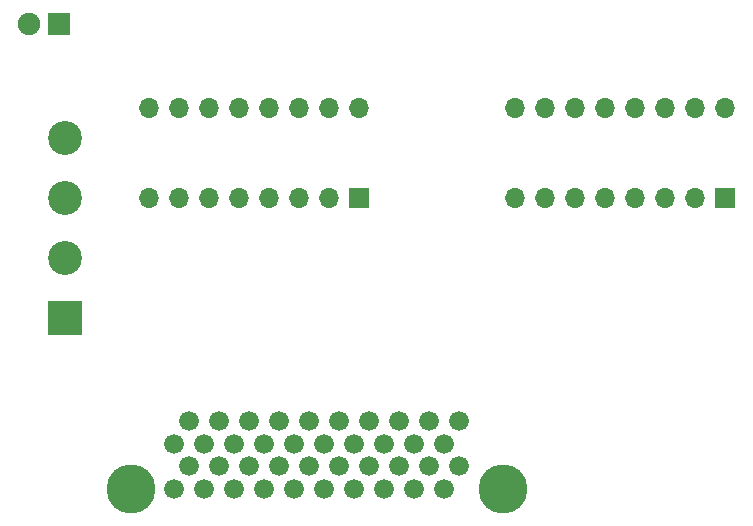
<source format=gbr>
%TF.GenerationSoftware,KiCad,Pcbnew,(5.1.6)-1*%
%TF.CreationDate,2021-03-31T13:13:51-04:00*%
%TF.ProjectId,Freespeed-Clone,46726565-7370-4656-9564-2d436c6f6e65,rev?*%
%TF.SameCoordinates,Original*%
%TF.FileFunction,Soldermask,Bot*%
%TF.FilePolarity,Negative*%
%FSLAX46Y46*%
G04 Gerber Fmt 4.6, Leading zero omitted, Abs format (unit mm)*
G04 Created by KiCad (PCBNEW (5.1.6)-1) date 2021-03-31 13:13:51*
%MOMM*%
%LPD*%
G01*
G04 APERTURE LIST*
%ADD10O,1.700000X1.700000*%
%ADD11R,1.700000X1.700000*%
%ADD12R,1.900000X1.900000*%
%ADD13C,1.900000*%
%ADD14R,2.875000X2.875000*%
%ADD15C,2.875000*%
%ADD16C,1.675000*%
%ADD17C,4.150000*%
G04 APERTURE END LIST*
D10*
%TO.C,SW1*%
X159766000Y-52578000D03*
X141986000Y-60198000D03*
X157226000Y-52578000D03*
X144526000Y-60198000D03*
X154686000Y-52578000D03*
X147066000Y-60198000D03*
X152146000Y-52578000D03*
X149606000Y-60198000D03*
X149606000Y-52578000D03*
X152146000Y-60198000D03*
X147066000Y-52578000D03*
X154686000Y-60198000D03*
X144526000Y-52578000D03*
X157226000Y-60198000D03*
X141986000Y-52578000D03*
D11*
X159766000Y-60198000D03*
%TD*%
%TO.C,SW2*%
X128778000Y-60198000D03*
D10*
X110998000Y-52578000D03*
X126238000Y-60198000D03*
X113538000Y-52578000D03*
X123698000Y-60198000D03*
X116078000Y-52578000D03*
X121158000Y-60198000D03*
X118618000Y-52578000D03*
X118618000Y-60198000D03*
X121158000Y-52578000D03*
X116078000Y-60198000D03*
X123698000Y-52578000D03*
X113538000Y-60198000D03*
X126238000Y-52578000D03*
X110998000Y-60198000D03*
X128778000Y-52578000D03*
%TD*%
D12*
%TO.C,D3*%
X103378000Y-45466000D03*
D13*
X100838000Y-45466000D03*
%TD*%
D14*
%TO.C,J1*%
X103886000Y-70358000D03*
D15*
X103886000Y-65278000D03*
X103886000Y-60198000D03*
X103886000Y-55118000D03*
%TD*%
D16*
%TO.C,J2*%
X137270000Y-79121000D03*
X136000000Y-81026000D03*
X134730000Y-79121000D03*
X133460000Y-81026000D03*
X132190000Y-79121000D03*
X130920000Y-81026000D03*
X129650000Y-79121000D03*
X128380000Y-81026000D03*
X127110000Y-79121000D03*
X125840000Y-81026000D03*
X124570000Y-79121000D03*
X123300000Y-81026000D03*
X122030000Y-79121000D03*
X120760000Y-81026000D03*
X119490000Y-79121000D03*
X118220000Y-81026000D03*
X116950000Y-79121000D03*
X115680000Y-81026000D03*
X114410000Y-79121000D03*
X113140000Y-81026000D03*
X137270000Y-82931000D03*
X136000000Y-84836000D03*
X134730000Y-82931000D03*
X133460000Y-84836000D03*
X132190000Y-82931000D03*
X130920000Y-84836000D03*
X129650000Y-82931000D03*
X128380000Y-84836000D03*
X127110000Y-82931000D03*
X125840000Y-84836000D03*
X124570000Y-82931000D03*
X123300000Y-84836000D03*
X122030000Y-82931000D03*
X120760000Y-84836000D03*
X119490000Y-82931000D03*
X118220000Y-84836000D03*
X116950000Y-82931000D03*
X115680000Y-84836000D03*
X114410000Y-82931000D03*
X113140000Y-84836000D03*
D17*
X140970000Y-84836000D03*
X109440000Y-84836000D03*
%TD*%
M02*

</source>
